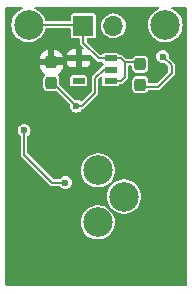
<source format=gbr>
%TF.GenerationSoftware,KiCad,Pcbnew,8.0.1*%
%TF.CreationDate,2025-01-22T18:21:47-07:00*%
%TF.ProjectId,AlcoholSensor_MQ,416c636f-686f-46c5-9365-6e736f725f4d,rev?*%
%TF.SameCoordinates,Original*%
%TF.FileFunction,Copper,L2,Bot*%
%TF.FilePolarity,Positive*%
%FSLAX46Y46*%
G04 Gerber Fmt 4.6, Leading zero omitted, Abs format (unit mm)*
G04 Created by KiCad (PCBNEW 8.0.1) date 2025-01-22 18:21:47*
%MOMM*%
%LPD*%
G01*
G04 APERTURE LIST*
G04 Aperture macros list*
%AMRoundRect*
0 Rectangle with rounded corners*
0 $1 Rounding radius*
0 $2 $3 $4 $5 $6 $7 $8 $9 X,Y pos of 4 corners*
0 Add a 4 corners polygon primitive as box body*
4,1,4,$2,$3,$4,$5,$6,$7,$8,$9,$2,$3,0*
0 Add four circle primitives for the rounded corners*
1,1,$1+$1,$2,$3*
1,1,$1+$1,$4,$5*
1,1,$1+$1,$6,$7*
1,1,$1+$1,$8,$9*
0 Add four rect primitives between the rounded corners*
20,1,$1+$1,$2,$3,$4,$5,0*
20,1,$1+$1,$4,$5,$6,$7,0*
20,1,$1+$1,$6,$7,$8,$9,0*
20,1,$1+$1,$8,$9,$2,$3,0*%
G04 Aperture macros list end*
%TA.AperFunction,ComponentPad*%
%ADD10C,2.500000*%
%TD*%
%TA.AperFunction,ComponentPad*%
%ADD11R,1.700000X1.700000*%
%TD*%
%TA.AperFunction,ComponentPad*%
%ADD12O,1.700000X1.700000*%
%TD*%
%TA.AperFunction,SMDPad,CuDef*%
%ADD13RoundRect,0.237500X-0.237500X0.300000X-0.237500X-0.300000X0.237500X-0.300000X0.237500X0.300000X0*%
%TD*%
%TA.AperFunction,SMDPad,CuDef*%
%ADD14R,1.003300X0.508000*%
%TD*%
%TA.AperFunction,ViaPad*%
%ADD15C,0.600000*%
%TD*%
%TA.AperFunction,Conductor*%
%ADD16C,0.152400*%
%TD*%
%TA.AperFunction,Conductor*%
%ADD17C,0.200000*%
%TD*%
G04 APERTURE END LIST*
D10*
%TO.P,H2,1,1*%
%TO.N,GND*%
X180090000Y-87300000D03*
%TD*%
%TO.P,H1,1,1*%
%TO.N,VCC*%
X168500000Y-87300000D03*
%TD*%
%TO.P,U3,1,Vh+*%
%TO.N,Net-(U3-Vh+)*%
X174380000Y-99610000D03*
%TO.P,U3,2,Vc*%
%TO.N,Alcohol_out*%
X176580000Y-101830000D03*
%TO.P,U3,3,Vh-*%
%TO.N,GND*%
X174370000Y-104010000D03*
%TD*%
D11*
%TO.P,J1,1,Pin_1*%
%TO.N,VCC*%
X173155000Y-87380000D03*
D12*
%TO.P,J1,2,Pin_2*%
%TO.N,GND*%
X175695000Y-87380000D03*
%TD*%
D13*
%TO.P,C1,1*%
%TO.N,VCC*%
X177950000Y-90630000D03*
%TO.P,C1,2*%
%TO.N,GND*%
X177950000Y-92355000D03*
%TD*%
D14*
%TO.P,U4,1,VIN*%
%TO.N,VCC*%
X175450000Y-90129998D03*
%TO.P,U4,2,GND*%
%TO.N,GND*%
X175450000Y-91079999D03*
%TO.P,U4,3,EN*%
%TO.N,VCC*%
X175450000Y-92030000D03*
%TO.P,U4,4,NC*%
%TO.N,unconnected-(U4-NC-Pad4)*%
X172744900Y-92030000D03*
%TO.P,U4,5,VOUT*%
%TO.N,VDD_1.8V*%
X172744900Y-90129998D03*
%TD*%
D13*
%TO.P,C2,1*%
%TO.N,VDD_1.8V*%
X170440000Y-90455000D03*
%TO.P,C2,2*%
%TO.N,GND*%
X170440000Y-92180000D03*
%TD*%
D15*
%TO.N,GND*%
X172550000Y-94160000D03*
X179870000Y-89980000D03*
%TO.N,Alcohol_out*%
X168130000Y-96220000D03*
X171620000Y-100650000D03*
%TO.N,VDD_1.8V*%
X168570000Y-89600000D03*
X181370000Y-90450000D03*
%TD*%
D16*
%TO.N,GND*%
X174110000Y-91820000D02*
X174110000Y-93040000D01*
X179870000Y-89980000D02*
X180610000Y-90720000D01*
X175450000Y-91079999D02*
X174850001Y-91079999D01*
X174850001Y-91079999D02*
X174110000Y-91820000D01*
X180610000Y-91370000D02*
X179450000Y-92530000D01*
X174110000Y-93040000D02*
X172990000Y-94160000D01*
X180610000Y-90720000D02*
X180610000Y-91370000D01*
X172990000Y-94160000D02*
X172550000Y-94160000D01*
X170745000Y-92355000D02*
X172550000Y-94160000D01*
X179450000Y-92530000D02*
X177950000Y-92530000D01*
X170440000Y-92355000D02*
X170745000Y-92355000D01*
%TO.N,Alcohol_out*%
X170510000Y-100650000D02*
X171620000Y-100650000D01*
X168130000Y-96220000D02*
X168130000Y-98270000D01*
X168130000Y-98270000D02*
X170510000Y-100650000D01*
D17*
%TO.N,VCC*%
X173075000Y-87300000D02*
X173155000Y-87380000D01*
D16*
X174430000Y-90129998D02*
X173155000Y-88854998D01*
X177950000Y-90455000D02*
X176675000Y-90455000D01*
X176675000Y-90455000D02*
X176349998Y-90129998D01*
X173155000Y-88854998D02*
X173155000Y-87380000D01*
X176675000Y-91725000D02*
X176675000Y-90455000D01*
X174430000Y-90129998D02*
X175450000Y-90129998D01*
X176349998Y-90129998D02*
X175450000Y-90129998D01*
X176370000Y-92030000D02*
X176675000Y-91725000D01*
X175450000Y-92030000D02*
X176370000Y-92030000D01*
D17*
X168500000Y-87300000D02*
X173075000Y-87300000D01*
D16*
%TO.N,VDD_1.8V*%
X168570000Y-89600000D02*
X169400000Y-90430000D01*
X170290000Y-90430000D02*
X170580000Y-90140000D01*
X170580000Y-90140000D02*
X172734898Y-90140000D01*
X172734898Y-90140000D02*
X172744900Y-90129998D01*
X169400000Y-90430000D02*
X170290000Y-90430000D01*
%TD*%
%TA.AperFunction,Conductor*%
%TO.N,VDD_1.8V*%
G36*
X167969245Y-85828093D02*
G01*
X167994965Y-85872642D01*
X167986032Y-85923300D01*
X167946627Y-85956365D01*
X167945324Y-85956826D01*
X167915340Y-85967119D01*
X167915338Y-85967120D01*
X167703934Y-86081526D01*
X167514237Y-86229173D01*
X167514233Y-86229177D01*
X167351429Y-86406030D01*
X167219949Y-86607274D01*
X167123391Y-86827404D01*
X167064380Y-87060437D01*
X167064379Y-87060440D01*
X167044529Y-87299998D01*
X167044529Y-87300001D01*
X167064379Y-87539559D01*
X167064379Y-87539561D01*
X167064380Y-87539563D01*
X167098854Y-87675700D01*
X167123391Y-87772595D01*
X167219949Y-87992725D01*
X167351429Y-88193969D01*
X167514233Y-88370822D01*
X167514237Y-88370826D01*
X167703934Y-88518473D01*
X167915338Y-88632879D01*
X167915344Y-88632882D01*
X168142703Y-88710934D01*
X168379808Y-88750500D01*
X168379811Y-88750500D01*
X168620189Y-88750500D01*
X168620192Y-88750500D01*
X168857297Y-88710934D01*
X169084656Y-88632882D01*
X169296067Y-88518472D01*
X169485764Y-88370825D01*
X169648571Y-88193969D01*
X169780049Y-87992728D01*
X169876610Y-87772591D01*
X169905821Y-87657239D01*
X169934743Y-87614700D01*
X169978720Y-87600500D01*
X172029300Y-87600500D01*
X172077638Y-87618093D01*
X172103358Y-87662642D01*
X172104500Y-87675700D01*
X172104500Y-88249748D01*
X172116132Y-88308229D01*
X172116133Y-88308231D01*
X172160448Y-88374552D01*
X172226769Y-88418867D01*
X172256010Y-88424683D01*
X172285251Y-88430500D01*
X172285252Y-88430500D01*
X172803100Y-88430500D01*
X172851438Y-88448093D01*
X172877158Y-88492642D01*
X172878300Y-88505700D01*
X172878300Y-88818570D01*
X172878300Y-88891426D01*
X172897156Y-88961801D01*
X172933585Y-89024896D01*
X172933586Y-89024897D01*
X173156313Y-89247624D01*
X173178053Y-89294244D01*
X173164739Y-89343931D01*
X173122602Y-89373436D01*
X173103139Y-89375998D01*
X172994900Y-89375998D01*
X172994900Y-89879998D01*
X173757539Y-89879998D01*
X173805877Y-89897591D01*
X173810713Y-89902024D01*
X174208585Y-90299896D01*
X174260102Y-90351413D01*
X174323198Y-90387842D01*
X174393572Y-90406698D01*
X174686722Y-90406698D01*
X174735060Y-90424291D01*
X174754095Y-90456443D01*
X174756649Y-90455386D01*
X174759483Y-90462229D01*
X174803798Y-90528550D01*
X174824634Y-90542472D01*
X174855051Y-90583955D01*
X174851686Y-90635285D01*
X174824635Y-90667523D01*
X174803798Y-90681447D01*
X174789094Y-90703452D01*
X174759483Y-90747767D01*
X174759482Y-90747769D01*
X174751526Y-90787768D01*
X174724839Y-90831744D01*
X174715371Y-90838221D01*
X174680102Y-90858583D01*
X173888585Y-91650101D01*
X173888583Y-91650103D01*
X173852157Y-91713194D01*
X173852156Y-91713196D01*
X173852156Y-91713197D01*
X173852156Y-91713198D01*
X173840621Y-91756251D01*
X173833300Y-91783573D01*
X173833300Y-92894238D01*
X173815707Y-92942576D01*
X173811274Y-92947412D01*
X173016801Y-93741884D01*
X172970181Y-93763624D01*
X172920494Y-93750310D01*
X172917848Y-93748370D01*
X172827626Y-93679139D01*
X172732936Y-93639918D01*
X172693709Y-93623670D01*
X172550000Y-93604750D01*
X172549999Y-93604750D01*
X172441900Y-93618981D01*
X172391680Y-93607847D01*
X172378911Y-93597598D01*
X171137526Y-92356213D01*
X171115786Y-92309593D01*
X171115531Y-92303748D01*
X172042750Y-92303748D01*
X172054382Y-92362229D01*
X172054383Y-92362231D01*
X172098698Y-92428552D01*
X172165019Y-92472867D01*
X172194260Y-92478683D01*
X172223501Y-92484500D01*
X172223502Y-92484500D01*
X173266299Y-92484500D01*
X173285792Y-92480622D01*
X173324781Y-92472867D01*
X173391102Y-92428552D01*
X173435417Y-92362231D01*
X173447050Y-92303748D01*
X173447050Y-91756252D01*
X173435417Y-91697769D01*
X173391102Y-91631448D01*
X173324781Y-91587133D01*
X173324779Y-91587132D01*
X173266299Y-91575500D01*
X173266298Y-91575500D01*
X172223502Y-91575500D01*
X172223501Y-91575500D01*
X172165020Y-91587132D01*
X172165018Y-91587133D01*
X172098698Y-91631448D01*
X172054383Y-91697768D01*
X172054382Y-91697770D01*
X172042750Y-91756251D01*
X172042750Y-92303748D01*
X171115531Y-92303748D01*
X171115500Y-92303039D01*
X171115500Y-91827238D01*
X171115499Y-91827235D01*
X171112725Y-91797651D01*
X171074556Y-91688572D01*
X171069117Y-91673027D01*
X171069115Y-91673024D01*
X171062001Y-91663384D01*
X170990711Y-91566789D01*
X170977503Y-91557041D01*
X170949060Y-91514182D01*
X170954820Y-91463066D01*
X170987909Y-91430794D01*
X170987575Y-91430252D01*
X170989997Y-91428757D01*
X170990386Y-91428379D01*
X170991309Y-91427948D01*
X171138034Y-91337447D01*
X171138038Y-91337444D01*
X171259944Y-91215538D01*
X171259947Y-91215534D01*
X171350451Y-91068805D01*
X171404679Y-90905152D01*
X171404680Y-90905150D01*
X171415000Y-90804140D01*
X171415000Y-90705000D01*
X169465001Y-90705000D01*
X169465001Y-90804141D01*
X169475320Y-90905155D01*
X169529548Y-91068805D01*
X169620052Y-91215534D01*
X169620055Y-91215538D01*
X169741961Y-91337444D01*
X169741965Y-91337447D01*
X169888697Y-91427952D01*
X169889618Y-91428382D01*
X169889979Y-91428743D01*
X169892425Y-91430252D01*
X169892067Y-91430831D01*
X169925992Y-91464754D01*
X169930477Y-91515998D01*
X169902497Y-91557041D01*
X169889289Y-91566789D01*
X169810884Y-91673024D01*
X169810882Y-91673027D01*
X169767276Y-91797648D01*
X169767274Y-91797657D01*
X169764500Y-91827235D01*
X169764500Y-92532764D01*
X169767274Y-92562342D01*
X169767275Y-92562349D01*
X169767276Y-92562351D01*
X169810882Y-92686972D01*
X169810884Y-92686975D01*
X169889289Y-92793211D01*
X169982458Y-92861972D01*
X169995524Y-92871615D01*
X169995527Y-92871617D01*
X170025442Y-92882084D01*
X170120151Y-92915225D01*
X170149735Y-92917999D01*
X170149738Y-92918000D01*
X170149744Y-92918000D01*
X170730262Y-92918000D01*
X170730263Y-92917999D01*
X170759849Y-92915225D01*
X170829377Y-92890895D01*
X170880812Y-92891536D01*
X170907388Y-92908701D01*
X171987598Y-93988911D01*
X172009338Y-94035531D01*
X172008981Y-94051900D01*
X171994750Y-94159999D01*
X171994750Y-94160000D01*
X172013670Y-94303709D01*
X172013671Y-94303711D01*
X172069139Y-94437626D01*
X172157378Y-94552621D01*
X172272373Y-94640860D01*
X172272374Y-94640860D01*
X172272375Y-94640861D01*
X172406291Y-94696330D01*
X172550000Y-94715250D01*
X172693709Y-94696330D01*
X172827625Y-94640861D01*
X172942621Y-94552621D01*
X173017363Y-94455215D01*
X173057559Y-94428358D01*
X173096803Y-94417844D01*
X173159898Y-94381415D01*
X174331415Y-93209898D01*
X174367844Y-93146803D01*
X174386700Y-93076428D01*
X174386700Y-93003572D01*
X174386700Y-92707764D01*
X177274500Y-92707764D01*
X177277274Y-92737342D01*
X177277275Y-92737349D01*
X177277276Y-92737351D01*
X177320882Y-92861972D01*
X177320884Y-92861975D01*
X177399289Y-92968211D01*
X177505524Y-93046615D01*
X177505527Y-93046617D01*
X177535442Y-93057084D01*
X177630151Y-93090225D01*
X177659735Y-93092999D01*
X177659738Y-93093000D01*
X177659744Y-93093000D01*
X178240262Y-93093000D01*
X178240263Y-93092999D01*
X178269849Y-93090225D01*
X178394475Y-93046616D01*
X178500711Y-92968211D01*
X178579116Y-92861975D01*
X178580835Y-92857063D01*
X178613406Y-92817249D01*
X178651815Y-92806700D01*
X179486427Y-92806700D01*
X179486428Y-92806700D01*
X179556803Y-92787844D01*
X179619898Y-92751415D01*
X180831415Y-91539898D01*
X180867844Y-91476803D01*
X180886700Y-91406428D01*
X180886700Y-91333572D01*
X180886700Y-90683572D01*
X180867844Y-90613198D01*
X180867844Y-90613197D01*
X180867844Y-90613196D01*
X180831416Y-90550103D01*
X180432400Y-90151087D01*
X180410660Y-90104467D01*
X180411016Y-90088110D01*
X180425250Y-89980000D01*
X180406330Y-89836291D01*
X180350861Y-89702375D01*
X180350860Y-89702374D01*
X180350860Y-89702373D01*
X180262621Y-89587378D01*
X180147626Y-89499139D01*
X180013711Y-89443671D01*
X180013709Y-89443670D01*
X179870000Y-89424750D01*
X179726291Y-89443670D01*
X179726288Y-89443670D01*
X179726288Y-89443671D01*
X179592373Y-89499139D01*
X179477378Y-89587378D01*
X179389139Y-89702373D01*
X179333671Y-89836288D01*
X179333670Y-89836291D01*
X179314750Y-89980000D01*
X179333670Y-90123709D01*
X179333671Y-90123711D01*
X179389139Y-90257626D01*
X179477378Y-90372621D01*
X179592373Y-90460860D01*
X179592374Y-90460860D01*
X179592375Y-90460861D01*
X179726291Y-90516330D01*
X179870000Y-90535250D01*
X179978101Y-90521017D01*
X180028317Y-90532150D01*
X180041087Y-90542400D01*
X180311274Y-90812587D01*
X180333014Y-90859207D01*
X180333300Y-90865761D01*
X180333300Y-91224239D01*
X180315707Y-91272577D01*
X180311274Y-91277413D01*
X179357413Y-92231274D01*
X179310793Y-92253014D01*
X179304239Y-92253300D01*
X178700700Y-92253300D01*
X178652362Y-92235707D01*
X178626642Y-92191158D01*
X178625500Y-92178100D01*
X178625500Y-92002238D01*
X178625499Y-92002235D01*
X178622725Y-91972651D01*
X178579116Y-91848025D01*
X178500711Y-91741789D01*
X178394475Y-91663384D01*
X178394472Y-91663382D01*
X178299766Y-91630243D01*
X178269849Y-91619775D01*
X178269844Y-91619774D01*
X178269842Y-91619774D01*
X178240264Y-91617000D01*
X178240256Y-91617000D01*
X177659744Y-91617000D01*
X177659735Y-91617000D01*
X177630157Y-91619774D01*
X177630153Y-91619774D01*
X177630151Y-91619775D01*
X177630148Y-91619775D01*
X177630148Y-91619776D01*
X177505527Y-91663382D01*
X177505524Y-91663384D01*
X177399289Y-91741789D01*
X177320884Y-91848024D01*
X177320882Y-91848027D01*
X177277276Y-91972648D01*
X177277274Y-91972657D01*
X177274500Y-92002235D01*
X177274500Y-92707764D01*
X174386700Y-92707764D01*
X174386700Y-91965760D01*
X174404293Y-91917422D01*
X174408715Y-91912597D01*
X174619476Y-91701835D01*
X174666096Y-91680096D01*
X174715783Y-91693410D01*
X174745288Y-91735547D01*
X174747850Y-91755010D01*
X174747850Y-92303748D01*
X174759482Y-92362229D01*
X174759483Y-92362231D01*
X174803798Y-92428552D01*
X174870119Y-92472867D01*
X174899360Y-92478683D01*
X174928601Y-92484500D01*
X174928602Y-92484500D01*
X175971399Y-92484500D01*
X175990892Y-92480622D01*
X176029881Y-92472867D01*
X176096202Y-92428552D01*
X176140517Y-92362231D01*
X176140517Y-92362226D01*
X176143351Y-92355388D01*
X176146032Y-92356498D01*
X176166215Y-92323247D01*
X176213278Y-92306700D01*
X176406427Y-92306700D01*
X176406428Y-92306700D01*
X176476803Y-92287844D01*
X176539898Y-92251415D01*
X176896415Y-91894898D01*
X176932844Y-91831803D01*
X176951700Y-91761428D01*
X176951700Y-91688572D01*
X176951700Y-90806900D01*
X176969293Y-90758562D01*
X177013842Y-90732842D01*
X177026900Y-90731700D01*
X177199300Y-90731700D01*
X177247638Y-90749293D01*
X177273358Y-90793842D01*
X177274500Y-90806900D01*
X177274500Y-90982764D01*
X177277274Y-91012342D01*
X177277275Y-91012349D01*
X177277276Y-91012351D01*
X177320882Y-91136972D01*
X177320884Y-91136975D01*
X177399289Y-91243211D01*
X177505524Y-91321615D01*
X177505527Y-91321617D01*
X177535442Y-91332084D01*
X177630151Y-91365225D01*
X177659735Y-91367999D01*
X177659738Y-91368000D01*
X177659744Y-91368000D01*
X178240262Y-91368000D01*
X178240263Y-91367999D01*
X178269849Y-91365225D01*
X178394475Y-91321616D01*
X178500711Y-91243211D01*
X178579116Y-91136975D01*
X178622725Y-91012349D01*
X178625499Y-90982763D01*
X178625500Y-90982762D01*
X178625500Y-90277238D01*
X178625499Y-90277235D01*
X178623660Y-90257625D01*
X178622725Y-90247651D01*
X178579356Y-90123711D01*
X178579117Y-90123027D01*
X178579115Y-90123024D01*
X178566446Y-90105858D01*
X178500711Y-90016789D01*
X178394475Y-89938384D01*
X178394472Y-89938382D01*
X178290565Y-89902024D01*
X178269849Y-89894775D01*
X178269844Y-89894774D01*
X178269842Y-89894774D01*
X178240264Y-89892000D01*
X178240256Y-89892000D01*
X177659744Y-89892000D01*
X177659735Y-89892000D01*
X177630157Y-89894774D01*
X177630153Y-89894774D01*
X177630151Y-89894775D01*
X177630148Y-89894775D01*
X177630148Y-89894776D01*
X177505527Y-89938382D01*
X177505524Y-89938384D01*
X177399289Y-90016789D01*
X177320884Y-90123024D01*
X177320882Y-90123027D01*
X177319165Y-90127937D01*
X177286594Y-90167751D01*
X177248185Y-90178300D01*
X176820761Y-90178300D01*
X176772423Y-90160707D01*
X176767587Y-90156274D01*
X176519897Y-89908584D01*
X176519896Y-89908583D01*
X176456801Y-89872154D01*
X176456798Y-89872153D01*
X176456799Y-89872153D01*
X176412181Y-89860198D01*
X176386426Y-89853298D01*
X176386425Y-89853298D01*
X176213278Y-89853298D01*
X176164940Y-89835705D01*
X176145904Y-89803552D01*
X176143351Y-89804610D01*
X176140517Y-89797769D01*
X176140517Y-89797767D01*
X176096202Y-89731446D01*
X176029881Y-89687131D01*
X176029879Y-89687130D01*
X175971399Y-89675498D01*
X175971398Y-89675498D01*
X174928602Y-89675498D01*
X174928601Y-89675498D01*
X174870120Y-89687130D01*
X174870118Y-89687131D01*
X174803798Y-89731446D01*
X174759483Y-89797766D01*
X174756649Y-89804610D01*
X174753967Y-89803499D01*
X174733785Y-89836751D01*
X174686722Y-89853298D01*
X174575761Y-89853298D01*
X174527423Y-89835705D01*
X174522587Y-89831272D01*
X173453726Y-88762411D01*
X173431986Y-88715791D01*
X173431700Y-88709237D01*
X173431700Y-88505700D01*
X173449293Y-88457362D01*
X173493842Y-88431642D01*
X173506900Y-88430500D01*
X174024749Y-88430500D01*
X174044242Y-88426622D01*
X174083231Y-88418867D01*
X174149552Y-88374552D01*
X174193867Y-88308231D01*
X174205500Y-88249748D01*
X174205500Y-87380000D01*
X174639417Y-87380000D01*
X174659699Y-87585932D01*
X174719765Y-87783947D01*
X174719770Y-87783959D01*
X174817312Y-87966445D01*
X174817315Y-87966450D01*
X174948590Y-88126410D01*
X175108550Y-88257685D01*
X175291046Y-88355232D01*
X175291050Y-88355233D01*
X175291052Y-88355234D01*
X175342440Y-88370822D01*
X175489066Y-88415300D01*
X175695000Y-88435583D01*
X175900934Y-88415300D01*
X176098954Y-88355232D01*
X176281450Y-88257685D01*
X176441410Y-88126410D01*
X176572685Y-87966450D01*
X176670232Y-87783954D01*
X176730300Y-87585934D01*
X176750583Y-87380000D01*
X176730300Y-87174066D01*
X176670232Y-86976046D01*
X176668410Y-86972638D01*
X176590783Y-86827409D01*
X176572685Y-86793550D01*
X176441410Y-86633590D01*
X176281450Y-86502315D01*
X176281445Y-86502312D01*
X176098959Y-86404770D01*
X176098947Y-86404765D01*
X175900932Y-86344699D01*
X175695000Y-86324417D01*
X175489067Y-86344699D01*
X175291052Y-86404765D01*
X175291040Y-86404770D01*
X175108554Y-86502312D01*
X175108549Y-86502315D01*
X174948590Y-86633590D01*
X174817315Y-86793549D01*
X174817312Y-86793554D01*
X174719770Y-86976040D01*
X174719765Y-86976052D01*
X174659699Y-87174067D01*
X174639417Y-87380000D01*
X174205500Y-87380000D01*
X174205500Y-86510252D01*
X174193867Y-86451769D01*
X174149552Y-86385448D01*
X174083231Y-86341133D01*
X174083229Y-86341132D01*
X174024749Y-86329500D01*
X174024748Y-86329500D01*
X172285252Y-86329500D01*
X172285251Y-86329500D01*
X172226770Y-86341132D01*
X172226768Y-86341133D01*
X172160448Y-86385448D01*
X172116133Y-86451768D01*
X172116132Y-86451770D01*
X172104500Y-86510251D01*
X172104500Y-86924300D01*
X172086907Y-86972638D01*
X172042358Y-86998358D01*
X172029300Y-86999500D01*
X169978720Y-86999500D01*
X169930382Y-86981907D01*
X169905821Y-86942761D01*
X169901146Y-86924300D01*
X169876610Y-86827409D01*
X169780049Y-86607272D01*
X169648571Y-86406031D01*
X169485764Y-86229175D01*
X169485762Y-86229173D01*
X169296065Y-86081526D01*
X169084661Y-85967120D01*
X169084659Y-85967119D01*
X169054676Y-85956826D01*
X169014670Y-85924490D01*
X169004808Y-85874005D01*
X169029705Y-85828991D01*
X169077711Y-85810513D01*
X169079093Y-85810500D01*
X179510907Y-85810500D01*
X179559245Y-85828093D01*
X179584965Y-85872642D01*
X179576032Y-85923300D01*
X179536627Y-85956365D01*
X179535324Y-85956826D01*
X179505340Y-85967119D01*
X179505338Y-85967120D01*
X179293934Y-86081526D01*
X179104237Y-86229173D01*
X179104233Y-86229177D01*
X178941429Y-86406030D01*
X178809949Y-86607274D01*
X178713391Y-86827404D01*
X178654380Y-87060437D01*
X178654379Y-87060440D01*
X178634529Y-87299998D01*
X178634529Y-87300001D01*
X178654379Y-87539559D01*
X178654379Y-87539561D01*
X178654380Y-87539563D01*
X178688854Y-87675700D01*
X178713391Y-87772595D01*
X178809949Y-87992725D01*
X178941429Y-88193969D01*
X179104233Y-88370822D01*
X179104237Y-88370826D01*
X179293934Y-88518473D01*
X179505338Y-88632879D01*
X179505344Y-88632882D01*
X179732703Y-88710934D01*
X179969808Y-88750500D01*
X179969811Y-88750500D01*
X180210189Y-88750500D01*
X180210192Y-88750500D01*
X180447297Y-88710934D01*
X180674656Y-88632882D01*
X180886067Y-88518472D01*
X181075764Y-88370825D01*
X181238571Y-88193969D01*
X181370049Y-87992728D01*
X181466610Y-87772591D01*
X181525620Y-87539563D01*
X181545471Y-87300000D01*
X181525620Y-87060437D01*
X181466610Y-86827409D01*
X181370049Y-86607272D01*
X181238571Y-86406031D01*
X181075764Y-86229175D01*
X181075762Y-86229173D01*
X180886065Y-86081526D01*
X180674661Y-85967120D01*
X180674659Y-85967119D01*
X180644676Y-85956826D01*
X180604670Y-85924490D01*
X180594808Y-85874005D01*
X180619705Y-85828991D01*
X180667711Y-85810513D01*
X180669093Y-85810500D01*
X181834300Y-85810500D01*
X181882638Y-85828093D01*
X181908358Y-85872642D01*
X181909500Y-85885700D01*
X181909500Y-109334300D01*
X181891907Y-109382638D01*
X181847358Y-109408358D01*
X181834300Y-109409500D01*
X166625700Y-109409500D01*
X166577362Y-109391907D01*
X166551642Y-109347358D01*
X166550500Y-109334300D01*
X166550500Y-104010001D01*
X172914529Y-104010001D01*
X172934379Y-104249559D01*
X172934380Y-104249562D01*
X172993391Y-104482595D01*
X173089949Y-104702725D01*
X173221429Y-104903969D01*
X173384233Y-105080822D01*
X173384237Y-105080826D01*
X173573934Y-105228473D01*
X173785338Y-105342879D01*
X173785344Y-105342882D01*
X174012703Y-105420934D01*
X174249808Y-105460500D01*
X174249811Y-105460500D01*
X174490189Y-105460500D01*
X174490192Y-105460500D01*
X174727297Y-105420934D01*
X174954656Y-105342882D01*
X175166067Y-105228472D01*
X175355764Y-105080825D01*
X175518571Y-104903969D01*
X175650049Y-104702728D01*
X175746610Y-104482591D01*
X175805620Y-104249563D01*
X175825471Y-104010000D01*
X175805620Y-103770437D01*
X175746610Y-103537409D01*
X175650049Y-103317272D01*
X175518571Y-103116031D01*
X175355764Y-102939175D01*
X175355762Y-102939173D01*
X175166065Y-102791526D01*
X174954661Y-102677120D01*
X174954659Y-102677119D01*
X174934859Y-102670322D01*
X174727297Y-102599066D01*
X174727293Y-102599065D01*
X174727289Y-102599064D01*
X174490195Y-102559500D01*
X174490192Y-102559500D01*
X174249808Y-102559500D01*
X174249804Y-102559500D01*
X174012710Y-102599064D01*
X174012700Y-102599067D01*
X173785340Y-102677119D01*
X173785338Y-102677120D01*
X173573934Y-102791526D01*
X173384237Y-102939173D01*
X173384233Y-102939177D01*
X173221429Y-103116030D01*
X173089949Y-103317274D01*
X172993391Y-103537404D01*
X172934380Y-103770437D01*
X172934379Y-103770440D01*
X172914529Y-104009998D01*
X172914529Y-104010001D01*
X166550500Y-104010001D01*
X166550500Y-101830001D01*
X175124529Y-101830001D01*
X175144379Y-102069559D01*
X175144380Y-102069562D01*
X175203391Y-102302595D01*
X175299949Y-102522725D01*
X175431429Y-102723969D01*
X175594233Y-102900822D01*
X175594237Y-102900826D01*
X175783934Y-103048473D01*
X175995338Y-103162879D01*
X175995344Y-103162882D01*
X176222703Y-103240934D01*
X176459808Y-103280500D01*
X176459811Y-103280500D01*
X176700189Y-103280500D01*
X176700192Y-103280500D01*
X176937297Y-103240934D01*
X177164656Y-103162882D01*
X177376067Y-103048472D01*
X177565764Y-102900825D01*
X177728571Y-102723969D01*
X177860049Y-102522728D01*
X177956610Y-102302591D01*
X178015620Y-102069563D01*
X178035471Y-101830000D01*
X178015620Y-101590437D01*
X177956610Y-101357409D01*
X177889866Y-101205249D01*
X177860050Y-101137274D01*
X177784040Y-101020932D01*
X177728571Y-100936031D01*
X177565764Y-100759175D01*
X177565762Y-100759173D01*
X177376065Y-100611526D01*
X177164661Y-100497120D01*
X177164659Y-100497119D01*
X177144859Y-100490322D01*
X176937297Y-100419066D01*
X176937293Y-100419065D01*
X176937289Y-100419064D01*
X176700195Y-100379500D01*
X176700192Y-100379500D01*
X176459808Y-100379500D01*
X176459804Y-100379500D01*
X176222710Y-100419064D01*
X176222700Y-100419067D01*
X175995340Y-100497119D01*
X175995338Y-100497120D01*
X175783934Y-100611526D01*
X175594237Y-100759173D01*
X175594233Y-100759177D01*
X175431429Y-100936030D01*
X175299949Y-101137274D01*
X175203391Y-101357404D01*
X175144380Y-101590437D01*
X175144379Y-101590440D01*
X175124529Y-101829998D01*
X175124529Y-101830001D01*
X166550500Y-101830001D01*
X166550500Y-96220000D01*
X167574750Y-96220000D01*
X167593670Y-96363709D01*
X167593671Y-96363711D01*
X167649139Y-96497626D01*
X167737378Y-96612621D01*
X167823879Y-96678995D01*
X167851517Y-96722379D01*
X167853300Y-96738655D01*
X167853300Y-98233572D01*
X167853300Y-98306428D01*
X167872156Y-98376803D01*
X167908585Y-98439898D01*
X170288585Y-100819898D01*
X170340102Y-100871415D01*
X170403198Y-100907844D01*
X170473572Y-100926700D01*
X170546428Y-100926700D01*
X171101345Y-100926700D01*
X171149683Y-100944293D01*
X171161005Y-100956121D01*
X171227378Y-101042621D01*
X171342373Y-101130860D01*
X171342374Y-101130860D01*
X171342375Y-101130861D01*
X171476291Y-101186330D01*
X171620000Y-101205250D01*
X171763709Y-101186330D01*
X171897625Y-101130861D01*
X172012621Y-101042621D01*
X172100861Y-100927625D01*
X172156330Y-100793709D01*
X172175250Y-100650000D01*
X172156330Y-100506291D01*
X172100861Y-100372375D01*
X172100860Y-100372374D01*
X172100860Y-100372373D01*
X172012621Y-100257378D01*
X171897626Y-100169139D01*
X171763711Y-100113671D01*
X171763709Y-100113670D01*
X171620000Y-100094750D01*
X171476291Y-100113670D01*
X171476288Y-100113670D01*
X171476288Y-100113671D01*
X171342373Y-100169139D01*
X171227378Y-100257378D01*
X171161005Y-100343879D01*
X171117621Y-100371517D01*
X171101345Y-100373300D01*
X170655761Y-100373300D01*
X170607423Y-100355707D01*
X170602587Y-100351274D01*
X169861314Y-99610001D01*
X172924529Y-99610001D01*
X172944379Y-99849559D01*
X172944380Y-99849562D01*
X173003391Y-100082595D01*
X173099949Y-100302725D01*
X173231429Y-100503969D01*
X173394233Y-100680822D01*
X173394237Y-100680826D01*
X173583934Y-100828473D01*
X173782684Y-100936031D01*
X173795344Y-100942882D01*
X174022703Y-101020934D01*
X174259808Y-101060500D01*
X174259811Y-101060500D01*
X174500189Y-101060500D01*
X174500192Y-101060500D01*
X174737297Y-101020934D01*
X174964656Y-100942882D01*
X175176067Y-100828472D01*
X175365764Y-100680825D01*
X175528571Y-100503969D01*
X175660049Y-100302728D01*
X175756610Y-100082591D01*
X175815620Y-99849563D01*
X175835471Y-99610000D01*
X175815620Y-99370437D01*
X175756610Y-99137409D01*
X175660049Y-98917272D01*
X175528571Y-98716031D01*
X175365764Y-98539175D01*
X175365762Y-98539173D01*
X175176065Y-98391526D01*
X174964661Y-98277120D01*
X174964659Y-98277119D01*
X174837810Y-98233572D01*
X174737297Y-98199066D01*
X174737293Y-98199065D01*
X174737289Y-98199064D01*
X174500195Y-98159500D01*
X174500192Y-98159500D01*
X174259808Y-98159500D01*
X174259804Y-98159500D01*
X174022710Y-98199064D01*
X174022700Y-98199067D01*
X173795340Y-98277119D01*
X173795338Y-98277120D01*
X173583934Y-98391526D01*
X173394237Y-98539173D01*
X173394233Y-98539177D01*
X173231429Y-98716030D01*
X173099949Y-98917274D01*
X173003391Y-99137404D01*
X172944380Y-99370437D01*
X172944379Y-99370440D01*
X172924529Y-99609998D01*
X172924529Y-99610001D01*
X169861314Y-99610001D01*
X168428726Y-98177413D01*
X168406986Y-98130793D01*
X168406700Y-98124239D01*
X168406700Y-96738655D01*
X168424293Y-96690317D01*
X168436121Y-96678995D01*
X168522621Y-96612621D01*
X168610860Y-96497626D01*
X168610859Y-96497626D01*
X168610861Y-96497625D01*
X168666330Y-96363709D01*
X168685250Y-96220000D01*
X168666330Y-96076291D01*
X168610861Y-95942375D01*
X168610860Y-95942374D01*
X168610860Y-95942373D01*
X168522621Y-95827378D01*
X168407626Y-95739139D01*
X168273711Y-95683671D01*
X168273709Y-95683670D01*
X168130000Y-95664750D01*
X167986291Y-95683670D01*
X167986288Y-95683670D01*
X167986288Y-95683671D01*
X167852373Y-95739139D01*
X167737378Y-95827378D01*
X167649139Y-95942373D01*
X167593671Y-96076288D01*
X167593670Y-96076291D01*
X167574750Y-96220000D01*
X166550500Y-96220000D01*
X166550500Y-90379998D01*
X171743250Y-90379998D01*
X171743250Y-90431829D01*
X171749651Y-90491372D01*
X171749652Y-90491375D01*
X171799898Y-90626088D01*
X171799899Y-90626090D01*
X171886060Y-90741187D01*
X172001157Y-90827348D01*
X172001159Y-90827349D01*
X172135872Y-90877595D01*
X172135875Y-90877596D01*
X172195418Y-90883997D01*
X172195430Y-90883998D01*
X172494900Y-90883998D01*
X172494900Y-90379998D01*
X172994900Y-90379998D01*
X172994900Y-90883998D01*
X173294370Y-90883998D01*
X173294381Y-90883997D01*
X173353924Y-90877596D01*
X173353927Y-90877595D01*
X173488640Y-90827349D01*
X173488642Y-90827348D01*
X173603739Y-90741187D01*
X173689900Y-90626090D01*
X173689901Y-90626088D01*
X173740147Y-90491375D01*
X173740148Y-90491372D01*
X173746549Y-90431829D01*
X173746550Y-90431818D01*
X173746550Y-90379998D01*
X172994900Y-90379998D01*
X172494900Y-90379998D01*
X171743250Y-90379998D01*
X166550500Y-90379998D01*
X166550500Y-90205000D01*
X169465000Y-90205000D01*
X170190000Y-90205000D01*
X170190000Y-89417500D01*
X170690000Y-89417500D01*
X170690000Y-90205000D01*
X171414999Y-90205000D01*
X171414999Y-90105858D01*
X171404679Y-90004844D01*
X171363309Y-89879998D01*
X171743250Y-89879998D01*
X172494900Y-89879998D01*
X172494900Y-89375998D01*
X172195418Y-89375998D01*
X172135875Y-89382399D01*
X172135872Y-89382400D01*
X172001159Y-89432646D01*
X172001157Y-89432647D01*
X171886060Y-89518808D01*
X171799899Y-89633905D01*
X171799898Y-89633907D01*
X171749652Y-89768620D01*
X171749651Y-89768623D01*
X171743250Y-89828166D01*
X171743250Y-89879998D01*
X171363309Y-89879998D01*
X171350451Y-89841194D01*
X171259947Y-89694465D01*
X171259944Y-89694461D01*
X171138038Y-89572555D01*
X171138034Y-89572552D01*
X170991304Y-89482048D01*
X170991305Y-89482048D01*
X170827652Y-89427820D01*
X170827650Y-89427819D01*
X170726641Y-89417500D01*
X170690000Y-89417500D01*
X170190000Y-89417500D01*
X170189999Y-89417499D01*
X170153359Y-89417500D01*
X170052344Y-89427820D01*
X169888694Y-89482048D01*
X169741965Y-89572552D01*
X169741961Y-89572555D01*
X169620055Y-89694461D01*
X169620052Y-89694465D01*
X169529548Y-89841194D01*
X169475320Y-90004847D01*
X169475319Y-90004849D01*
X169465000Y-90105859D01*
X169465000Y-90205000D01*
X166550500Y-90205000D01*
X166550500Y-85885700D01*
X166568093Y-85837362D01*
X166612642Y-85811642D01*
X166625700Y-85810500D01*
X167920907Y-85810500D01*
X167969245Y-85828093D01*
G37*
%TD.AperFunction*%
%TD*%
M02*

</source>
